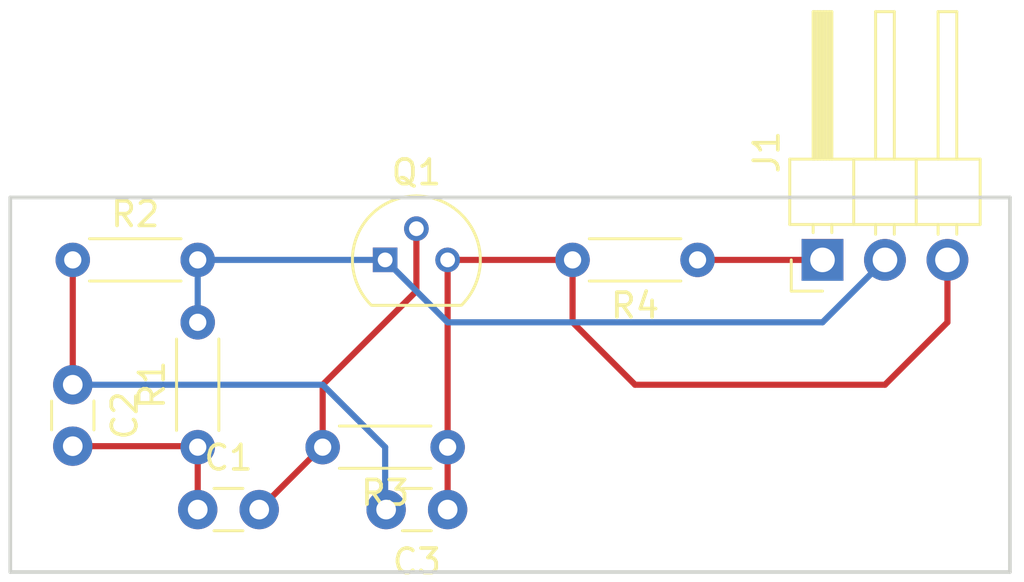
<source format=kicad_pcb>
(kicad_pcb (version 4) (host pcbnew 4.0.7+dfsg1-1)

  (general
    (links 14)
    (no_connects 0)
    (area 0 0 0 0)
    (thickness 1.6)
    (drawings 4)
    (tracks 27)
    (zones 0)
    (modules 9)
    (nets 7)
  )

  (page A4)
  (layers
    (0 F.Cu signal)
    (31 B.Cu signal)
    (32 B.Adhes user)
    (33 F.Adhes user)
    (34 B.Paste user)
    (35 F.Paste user)
    (36 B.SilkS user)
    (37 F.SilkS user)
    (38 B.Mask user)
    (39 F.Mask user)
    (40 Dwgs.User user)
    (41 Cmts.User user)
    (42 Eco1.User user)
    (43 Eco2.User user)
    (44 Edge.Cuts user)
    (45 Margin user)
    (46 B.CrtYd user)
    (47 F.CrtYd user)
    (48 B.Fab user)
    (49 F.Fab user)
  )

  (setup
    (last_trace_width 0.25)
    (trace_clearance 0.2)
    (zone_clearance 0.508)
    (zone_45_only no)
    (trace_min 0.2)
    (segment_width 0.2)
    (edge_width 0.15)
    (via_size 0.6)
    (via_drill 0.4)
    (via_min_size 0.4)
    (via_min_drill 0.3)
    (uvia_size 0.3)
    (uvia_drill 0.1)
    (uvias_allowed no)
    (uvia_min_size 0.2)
    (uvia_min_drill 0.1)
    (pcb_text_width 0.3)
    (pcb_text_size 1.5 1.5)
    (mod_edge_width 0.15)
    (mod_text_size 1 1)
    (mod_text_width 0.15)
    (pad_size 1.524 1.524)
    (pad_drill 0.762)
    (pad_to_mask_clearance 0.2)
    (aux_axis_origin 0 0)
    (visible_elements FFFDFF7F)
    (pcbplotparams
      (layerselection 0x00030_80000001)
      (usegerberextensions false)
      (excludeedgelayer true)
      (linewidth 0.100000)
      (plotframeref false)
      (viasonmask false)
      (mode 1)
      (useauxorigin false)
      (hpglpennumber 1)
      (hpglpenspeed 20)
      (hpglpendiameter 15)
      (hpglpenoverlay 2)
      (psnegative false)
      (psa4output false)
      (plotreference true)
      (plotvalue true)
      (plotinvisibletext false)
      (padsonsilk false)
      (subtractmaskfromsilk false)
      (outputformat 1)
      (mirror false)
      (drillshape 1)
      (scaleselection 1)
      (outputdirectory ""))
  )

  (net 0 "")
  (net 1 "Net-(C1-Pad1)")
  (net 2 "Net-(C1-Pad2)")
  (net 3 "Net-(C2-Pad1)")
  (net 4 GND)
  (net 5 VCC)
  (net 6 Vout)

  (net_class Default "Questo è il gruppo di collegamenti predefinito"
    (clearance 0.2)
    (trace_width 0.25)
    (via_dia 0.6)
    (via_drill 0.4)
    (uvia_dia 0.3)
    (uvia_drill 0.1)
    (add_net GND)
    (add_net "Net-(C1-Pad1)")
    (add_net "Net-(C1-Pad2)")
    (add_net "Net-(C2-Pad1)")
    (add_net VCC)
    (add_net Vout)
  )

  (module Capacitors_THT:C_Disc_D3.0mm_W1.6mm_P2.50mm (layer F.Cu) (tedit 5A2BB7AC) (tstamp 5A2BB16D)
    (at 142.24 99.06)
    (descr "C, Disc series, Radial, pin pitch=2.50mm, , diameter*width=3.0*1.6mm^2, Capacitor, http://www.vishay.com/docs/45233/krseries.pdf")
    (tags "C Disc series Radial pin pitch 2.50mm  diameter 3.0mm width 1.6mm Capacitor")
    (path /5A2BB079)
    (fp_text reference C1 (at 1.25 -2.11) (layer F.SilkS)
      (effects (font (size 1 1) (thickness 0.15)))
    )
    (fp_text value 10nF (at -5.08 0) (layer F.Fab)
      (effects (font (size 1 1) (thickness 0.15)))
    )
    (fp_line (start -0.25 -0.8) (end -0.25 0.8) (layer F.Fab) (width 0.1))
    (fp_line (start -0.25 0.8) (end 2.75 0.8) (layer F.Fab) (width 0.1))
    (fp_line (start 2.75 0.8) (end 2.75 -0.8) (layer F.Fab) (width 0.1))
    (fp_line (start 2.75 -0.8) (end -0.25 -0.8) (layer F.Fab) (width 0.1))
    (fp_line (start 0.663 -0.861) (end 1.837 -0.861) (layer F.SilkS) (width 0.12))
    (fp_line (start 0.663 0.861) (end 1.837 0.861) (layer F.SilkS) (width 0.12))
    (fp_line (start -1.05 -1.15) (end -1.05 1.15) (layer F.CrtYd) (width 0.05))
    (fp_line (start -1.05 1.15) (end 3.55 1.15) (layer F.CrtYd) (width 0.05))
    (fp_line (start 3.55 1.15) (end 3.55 -1.15) (layer F.CrtYd) (width 0.05))
    (fp_line (start 3.55 -1.15) (end -1.05 -1.15) (layer F.CrtYd) (width 0.05))
    (fp_text user %R (at 1.25 0) (layer F.Fab)
      (effects (font (size 1 1) (thickness 0.15)))
    )
    (pad 1 thru_hole circle (at 0 0) (size 1.6 1.6) (drill 0.8) (layers *.Cu *.Mask)
      (net 1 "Net-(C1-Pad1)"))
    (pad 2 thru_hole circle (at 2.5 0) (size 1.6 1.6) (drill 0.8) (layers *.Cu *.Mask)
      (net 2 "Net-(C1-Pad2)"))
    (model ${KISYS3DMOD}/Capacitors_THT.3dshapes/C_Disc_D3.0mm_W1.6mm_P2.50mm.wrl
      (at (xyz 0 0 0))
      (scale (xyz 1 1 1))
      (rotate (xyz 0 0 0))
    )
  )

  (module Capacitors_THT:C_Disc_D3.0mm_W1.6mm_P2.50mm (layer F.Cu) (tedit 597BC7C2) (tstamp 5A2BB173)
    (at 137.16 93.98 270)
    (descr "C, Disc series, Radial, pin pitch=2.50mm, , diameter*width=3.0*1.6mm^2, Capacitor, http://www.vishay.com/docs/45233/krseries.pdf")
    (tags "C Disc series Radial pin pitch 2.50mm  diameter 3.0mm width 1.6mm Capacitor")
    (path /5A2BB03A)
    (fp_text reference C2 (at 1.25 -2.11 270) (layer F.SilkS)
      (effects (font (size 1 1) (thickness 0.15)))
    )
    (fp_text value 10nF (at 1.25 2.11 270) (layer F.Fab)
      (effects (font (size 1 1) (thickness 0.15)))
    )
    (fp_line (start -0.25 -0.8) (end -0.25 0.8) (layer F.Fab) (width 0.1))
    (fp_line (start -0.25 0.8) (end 2.75 0.8) (layer F.Fab) (width 0.1))
    (fp_line (start 2.75 0.8) (end 2.75 -0.8) (layer F.Fab) (width 0.1))
    (fp_line (start 2.75 -0.8) (end -0.25 -0.8) (layer F.Fab) (width 0.1))
    (fp_line (start 0.663 -0.861) (end 1.837 -0.861) (layer F.SilkS) (width 0.12))
    (fp_line (start 0.663 0.861) (end 1.837 0.861) (layer F.SilkS) (width 0.12))
    (fp_line (start -1.05 -1.15) (end -1.05 1.15) (layer F.CrtYd) (width 0.05))
    (fp_line (start -1.05 1.15) (end 3.55 1.15) (layer F.CrtYd) (width 0.05))
    (fp_line (start 3.55 1.15) (end 3.55 -1.15) (layer F.CrtYd) (width 0.05))
    (fp_line (start 3.55 -1.15) (end -1.05 -1.15) (layer F.CrtYd) (width 0.05))
    (fp_text user %R (at 1.25 0 270) (layer F.Fab)
      (effects (font (size 1 1) (thickness 0.15)))
    )
    (pad 1 thru_hole circle (at 0 0 270) (size 1.6 1.6) (drill 0.8) (layers *.Cu *.Mask)
      (net 3 "Net-(C2-Pad1)"))
    (pad 2 thru_hole circle (at 2.5 0 270) (size 1.6 1.6) (drill 0.8) (layers *.Cu *.Mask)
      (net 1 "Net-(C1-Pad1)"))
    (model ${KISYS3DMOD}/Capacitors_THT.3dshapes/C_Disc_D3.0mm_W1.6mm_P2.50mm.wrl
      (at (xyz 0 0 0))
      (scale (xyz 1 1 1))
      (rotate (xyz 0 0 0))
    )
  )

  (module Capacitors_THT:C_Disc_D3.0mm_W1.6mm_P2.50mm (layer F.Cu) (tedit 5A2BB7A2) (tstamp 5A2BB179)
    (at 152.4 99.06 180)
    (descr "C, Disc series, Radial, pin pitch=2.50mm, , diameter*width=3.0*1.6mm^2, Capacitor, http://www.vishay.com/docs/45233/krseries.pdf")
    (tags "C Disc series Radial pin pitch 2.50mm  diameter 3.0mm width 1.6mm Capacitor")
    (path /5A2BAF3E)
    (fp_text reference C3 (at 1.25 -2.11 180) (layer F.SilkS)
      (effects (font (size 1 1) (thickness 0.15)))
    )
    (fp_text value 10nF (at -5.08 0 180) (layer F.Fab)
      (effects (font (size 1 1) (thickness 0.15)))
    )
    (fp_line (start -0.25 -0.8) (end -0.25 0.8) (layer F.Fab) (width 0.1))
    (fp_line (start -0.25 0.8) (end 2.75 0.8) (layer F.Fab) (width 0.1))
    (fp_line (start 2.75 0.8) (end 2.75 -0.8) (layer F.Fab) (width 0.1))
    (fp_line (start 2.75 -0.8) (end -0.25 -0.8) (layer F.Fab) (width 0.1))
    (fp_line (start 0.663 -0.861) (end 1.837 -0.861) (layer F.SilkS) (width 0.12))
    (fp_line (start 0.663 0.861) (end 1.837 0.861) (layer F.SilkS) (width 0.12))
    (fp_line (start -1.05 -1.15) (end -1.05 1.15) (layer F.CrtYd) (width 0.05))
    (fp_line (start -1.05 1.15) (end 3.55 1.15) (layer F.CrtYd) (width 0.05))
    (fp_line (start 3.55 1.15) (end 3.55 -1.15) (layer F.CrtYd) (width 0.05))
    (fp_line (start 3.55 -1.15) (end -1.05 -1.15) (layer F.CrtYd) (width 0.05))
    (fp_text user %R (at 1.25 0 180) (layer F.Fab)
      (effects (font (size 1 1) (thickness 0.15)))
    )
    (pad 1 thru_hole circle (at 0 0 180) (size 1.6 1.6) (drill 0.8) (layers *.Cu *.Mask)
      (net 6 Vout))
    (pad 2 thru_hole circle (at 2.5 0 180) (size 1.6 1.6) (drill 0.8) (layers *.Cu *.Mask)
      (net 3 "Net-(C2-Pad1)"))
    (model ${KISYS3DMOD}/Capacitors_THT.3dshapes/C_Disc_D3.0mm_W1.6mm_P2.50mm.wrl
      (at (xyz 0 0 0))
      (scale (xyz 1 1 1))
      (rotate (xyz 0 0 0))
    )
  )

  (module Resistors_THT:R_Axial_DIN0204_L3.6mm_D1.6mm_P5.08mm_Horizontal (layer F.Cu) (tedit 5874F706) (tstamp 5A2BB186)
    (at 142.24 96.52 90)
    (descr "Resistor, Axial_DIN0204 series, Axial, Horizontal, pin pitch=5.08mm, 0.16666666666666666W = 1/6W, length*diameter=3.6*1.6mm^2, http://cdn-reichelt.de/documents/datenblatt/B400/1_4W%23YAG.pdf")
    (tags "Resistor Axial_DIN0204 series Axial Horizontal pin pitch 5.08mm 0.16666666666666666W = 1/6W length 3.6mm diameter 1.6mm")
    (path /5A2BBA4A)
    (fp_text reference R1 (at 2.54 -1.86 90) (layer F.SilkS)
      (effects (font (size 1 1) (thickness 0.15)))
    )
    (fp_text value 2.2k (at 2.54 1.86 90) (layer F.Fab)
      (effects (font (size 1 1) (thickness 0.15)))
    )
    (fp_line (start 0.74 -0.8) (end 0.74 0.8) (layer F.Fab) (width 0.1))
    (fp_line (start 0.74 0.8) (end 4.34 0.8) (layer F.Fab) (width 0.1))
    (fp_line (start 4.34 0.8) (end 4.34 -0.8) (layer F.Fab) (width 0.1))
    (fp_line (start 4.34 -0.8) (end 0.74 -0.8) (layer F.Fab) (width 0.1))
    (fp_line (start 0 0) (end 0.74 0) (layer F.Fab) (width 0.1))
    (fp_line (start 5.08 0) (end 4.34 0) (layer F.Fab) (width 0.1))
    (fp_line (start 0.68 -0.86) (end 4.4 -0.86) (layer F.SilkS) (width 0.12))
    (fp_line (start 0.68 0.86) (end 4.4 0.86) (layer F.SilkS) (width 0.12))
    (fp_line (start -0.95 -1.15) (end -0.95 1.15) (layer F.CrtYd) (width 0.05))
    (fp_line (start -0.95 1.15) (end 6.05 1.15) (layer F.CrtYd) (width 0.05))
    (fp_line (start 6.05 1.15) (end 6.05 -1.15) (layer F.CrtYd) (width 0.05))
    (fp_line (start 6.05 -1.15) (end -0.95 -1.15) (layer F.CrtYd) (width 0.05))
    (pad 1 thru_hole circle (at 0 0 90) (size 1.4 1.4) (drill 0.7) (layers *.Cu *.Mask)
      (net 1 "Net-(C1-Pad1)"))
    (pad 2 thru_hole oval (at 5.08 0 90) (size 1.4 1.4) (drill 0.7) (layers *.Cu *.Mask)
      (net 4 GND))
    (model ${KISYS3DMOD}/Resistors_THT.3dshapes/R_Axial_DIN0204_L3.6mm_D1.6mm_P5.08mm_Horizontal.wrl
      (at (xyz 0 0 0))
      (scale (xyz 0.393701 0.393701 0.393701))
      (rotate (xyz 0 0 0))
    )
  )

  (module Resistors_THT:R_Axial_DIN0204_L3.6mm_D1.6mm_P5.08mm_Horizontal (layer F.Cu) (tedit 5874F706) (tstamp 5A2BB18C)
    (at 137.16 88.9)
    (descr "Resistor, Axial_DIN0204 series, Axial, Horizontal, pin pitch=5.08mm, 0.16666666666666666W = 1/6W, length*diameter=3.6*1.6mm^2, http://cdn-reichelt.de/documents/datenblatt/B400/1_4W%23YAG.pdf")
    (tags "Resistor Axial_DIN0204 series Axial Horizontal pin pitch 5.08mm 0.16666666666666666W = 1/6W length 3.6mm diameter 1.6mm")
    (path /5A2BB9FD)
    (fp_text reference R2 (at 2.54 -1.86) (layer F.SilkS)
      (effects (font (size 1 1) (thickness 0.15)))
    )
    (fp_text value 2.2k (at 2.54 1.86) (layer F.Fab)
      (effects (font (size 1 1) (thickness 0.15)))
    )
    (fp_line (start 0.74 -0.8) (end 0.74 0.8) (layer F.Fab) (width 0.1))
    (fp_line (start 0.74 0.8) (end 4.34 0.8) (layer F.Fab) (width 0.1))
    (fp_line (start 4.34 0.8) (end 4.34 -0.8) (layer F.Fab) (width 0.1))
    (fp_line (start 4.34 -0.8) (end 0.74 -0.8) (layer F.Fab) (width 0.1))
    (fp_line (start 0 0) (end 0.74 0) (layer F.Fab) (width 0.1))
    (fp_line (start 5.08 0) (end 4.34 0) (layer F.Fab) (width 0.1))
    (fp_line (start 0.68 -0.86) (end 4.4 -0.86) (layer F.SilkS) (width 0.12))
    (fp_line (start 0.68 0.86) (end 4.4 0.86) (layer F.SilkS) (width 0.12))
    (fp_line (start -0.95 -1.15) (end -0.95 1.15) (layer F.CrtYd) (width 0.05))
    (fp_line (start -0.95 1.15) (end 6.05 1.15) (layer F.CrtYd) (width 0.05))
    (fp_line (start 6.05 1.15) (end 6.05 -1.15) (layer F.CrtYd) (width 0.05))
    (fp_line (start 6.05 -1.15) (end -0.95 -1.15) (layer F.CrtYd) (width 0.05))
    (pad 1 thru_hole circle (at 0 0) (size 1.4 1.4) (drill 0.7) (layers *.Cu *.Mask)
      (net 3 "Net-(C2-Pad1)"))
    (pad 2 thru_hole oval (at 5.08 0) (size 1.4 1.4) (drill 0.7) (layers *.Cu *.Mask)
      (net 4 GND))
    (model ${KISYS3DMOD}/Resistors_THT.3dshapes/R_Axial_DIN0204_L3.6mm_D1.6mm_P5.08mm_Horizontal.wrl
      (at (xyz 0 0 0))
      (scale (xyz 0.393701 0.393701 0.393701))
      (rotate (xyz 0 0 0))
    )
  )

  (module Resistors_THT:R_Axial_DIN0204_L3.6mm_D1.6mm_P5.08mm_Horizontal (layer F.Cu) (tedit 5A2BB7A7) (tstamp 5A2BB192)
    (at 152.4 96.52 180)
    (descr "Resistor, Axial_DIN0204 series, Axial, Horizontal, pin pitch=5.08mm, 0.16666666666666666W = 1/6W, length*diameter=3.6*1.6mm^2, http://cdn-reichelt.de/documents/datenblatt/B400/1_4W%23YAG.pdf")
    (tags "Resistor Axial_DIN0204 series Axial Horizontal pin pitch 5.08mm 0.16666666666666666W = 1/6W length 3.6mm diameter 1.6mm")
    (path /5A2BB10B)
    (fp_text reference R3 (at 2.54 -1.86 180) (layer F.SilkS)
      (effects (font (size 1 1) (thickness 0.15)))
    )
    (fp_text value 220k (at -5.08 0 180) (layer F.Fab)
      (effects (font (size 1 1) (thickness 0.15)))
    )
    (fp_line (start 0.74 -0.8) (end 0.74 0.8) (layer F.Fab) (width 0.1))
    (fp_line (start 0.74 0.8) (end 4.34 0.8) (layer F.Fab) (width 0.1))
    (fp_line (start 4.34 0.8) (end 4.34 -0.8) (layer F.Fab) (width 0.1))
    (fp_line (start 4.34 -0.8) (end 0.74 -0.8) (layer F.Fab) (width 0.1))
    (fp_line (start 0 0) (end 0.74 0) (layer F.Fab) (width 0.1))
    (fp_line (start 5.08 0) (end 4.34 0) (layer F.Fab) (width 0.1))
    (fp_line (start 0.68 -0.86) (end 4.4 -0.86) (layer F.SilkS) (width 0.12))
    (fp_line (start 0.68 0.86) (end 4.4 0.86) (layer F.SilkS) (width 0.12))
    (fp_line (start -0.95 -1.15) (end -0.95 1.15) (layer F.CrtYd) (width 0.05))
    (fp_line (start -0.95 1.15) (end 6.05 1.15) (layer F.CrtYd) (width 0.05))
    (fp_line (start 6.05 1.15) (end 6.05 -1.15) (layer F.CrtYd) (width 0.05))
    (fp_line (start 6.05 -1.15) (end -0.95 -1.15) (layer F.CrtYd) (width 0.05))
    (pad 1 thru_hole circle (at 0 0 180) (size 1.4 1.4) (drill 0.7) (layers *.Cu *.Mask)
      (net 6 Vout))
    (pad 2 thru_hole oval (at 5.08 0 180) (size 1.4 1.4) (drill 0.7) (layers *.Cu *.Mask)
      (net 2 "Net-(C1-Pad2)"))
    (model ${KISYS3DMOD}/Resistors_THT.3dshapes/R_Axial_DIN0204_L3.6mm_D1.6mm_P5.08mm_Horizontal.wrl
      (at (xyz 0 0 0))
      (scale (xyz 0.393701 0.393701 0.393701))
      (rotate (xyz 0 0 0))
    )
  )

  (module Resistors_THT:R_Axial_DIN0204_L3.6mm_D1.6mm_P5.08mm_Horizontal (layer F.Cu) (tedit 5874F706) (tstamp 5A2BB198)
    (at 162.56 88.9 180)
    (descr "Resistor, Axial_DIN0204 series, Axial, Horizontal, pin pitch=5.08mm, 0.16666666666666666W = 1/6W, length*diameter=3.6*1.6mm^2, http://cdn-reichelt.de/documents/datenblatt/B400/1_4W%23YAG.pdf")
    (tags "Resistor Axial_DIN0204 series Axial Horizontal pin pitch 5.08mm 0.16666666666666666W = 1/6W length 3.6mm diameter 1.6mm")
    (path /5A2BB0BB)
    (fp_text reference R4 (at 2.54 -1.86 180) (layer F.SilkS)
      (effects (font (size 1 1) (thickness 0.15)))
    )
    (fp_text value 2.2k (at 2.54 1.86 180) (layer F.Fab)
      (effects (font (size 1 1) (thickness 0.15)))
    )
    (fp_line (start 0.74 -0.8) (end 0.74 0.8) (layer F.Fab) (width 0.1))
    (fp_line (start 0.74 0.8) (end 4.34 0.8) (layer F.Fab) (width 0.1))
    (fp_line (start 4.34 0.8) (end 4.34 -0.8) (layer F.Fab) (width 0.1))
    (fp_line (start 4.34 -0.8) (end 0.74 -0.8) (layer F.Fab) (width 0.1))
    (fp_line (start 0 0) (end 0.74 0) (layer F.Fab) (width 0.1))
    (fp_line (start 5.08 0) (end 4.34 0) (layer F.Fab) (width 0.1))
    (fp_line (start 0.68 -0.86) (end 4.4 -0.86) (layer F.SilkS) (width 0.12))
    (fp_line (start 0.68 0.86) (end 4.4 0.86) (layer F.SilkS) (width 0.12))
    (fp_line (start -0.95 -1.15) (end -0.95 1.15) (layer F.CrtYd) (width 0.05))
    (fp_line (start -0.95 1.15) (end 6.05 1.15) (layer F.CrtYd) (width 0.05))
    (fp_line (start 6.05 1.15) (end 6.05 -1.15) (layer F.CrtYd) (width 0.05))
    (fp_line (start 6.05 -1.15) (end -0.95 -1.15) (layer F.CrtYd) (width 0.05))
    (pad 1 thru_hole circle (at 0 0 180) (size 1.4 1.4) (drill 0.7) (layers *.Cu *.Mask)
      (net 5 VCC))
    (pad 2 thru_hole oval (at 5.08 0 180) (size 1.4 1.4) (drill 0.7) (layers *.Cu *.Mask)
      (net 6 Vout))
    (model ${KISYS3DMOD}/Resistors_THT.3dshapes/R_Axial_DIN0204_L3.6mm_D1.6mm_P5.08mm_Horizontal.wrl
      (at (xyz 0 0 0))
      (scale (xyz 0.393701 0.393701 0.393701))
      (rotate (xyz 0 0 0))
    )
  )

  (module TO_SOT_Packages_THT:TO-92_Molded_Narrow (layer F.Cu) (tedit 58CE52AF) (tstamp 5A2BB231)
    (at 149.86 88.9)
    (descr "TO-92 leads molded, narrow, drill 0.6mm (see NXP sot054_po.pdf)")
    (tags "to-92 sc-43 sc-43a sot54 PA33 transistor")
    (path /5A2BC3D0)
    (fp_text reference Q1 (at 1.27 -3.56) (layer F.SilkS)
      (effects (font (size 1 1) (thickness 0.15)))
    )
    (fp_text value 2N3904 (at 1.27 2.79) (layer F.Fab)
      (effects (font (size 1 1) (thickness 0.15)))
    )
    (fp_text user %R (at 1.27 -3.56) (layer F.Fab)
      (effects (font (size 1 1) (thickness 0.15)))
    )
    (fp_line (start -0.53 1.85) (end 3.07 1.85) (layer F.SilkS) (width 0.12))
    (fp_line (start -0.5 1.75) (end 3 1.75) (layer F.Fab) (width 0.1))
    (fp_line (start -1.46 -2.73) (end 4 -2.73) (layer F.CrtYd) (width 0.05))
    (fp_line (start -1.46 -2.73) (end -1.46 2.01) (layer F.CrtYd) (width 0.05))
    (fp_line (start 4 2.01) (end 4 -2.73) (layer F.CrtYd) (width 0.05))
    (fp_line (start 4 2.01) (end -1.46 2.01) (layer F.CrtYd) (width 0.05))
    (fp_arc (start 1.27 0) (end 1.27 -2.48) (angle 135) (layer F.Fab) (width 0.1))
    (fp_arc (start 1.27 0) (end 1.27 -2.6) (angle -135) (layer F.SilkS) (width 0.12))
    (fp_arc (start 1.27 0) (end 1.27 -2.48) (angle -135) (layer F.Fab) (width 0.1))
    (fp_arc (start 1.27 0) (end 1.27 -2.6) (angle 135) (layer F.SilkS) (width 0.12))
    (pad 2 thru_hole circle (at 1.27 -1.27 90) (size 1 1) (drill 0.6) (layers *.Cu *.Mask)
      (net 2 "Net-(C1-Pad2)"))
    (pad 3 thru_hole circle (at 2.54 0 90) (size 1 1) (drill 0.6) (layers *.Cu *.Mask)
      (net 6 Vout))
    (pad 1 thru_hole rect (at 0 0 90) (size 1 1) (drill 0.6) (layers *.Cu *.Mask)
      (net 4 GND))
    (model ${KISYS3DMOD}/TO_SOT_Packages_THT.3dshapes/TO-92_Molded_Narrow.wrl
      (at (xyz 0.05 0 0))
      (scale (xyz 1 1 1))
      (rotate (xyz 0 0 -90))
    )
  )

  (module Pin_Headers:Pin_Header_Angled_1x03_Pitch2.54mm (layer F.Cu) (tedit 59650532) (tstamp 5A2BB447)
    (at 167.64 88.9 90)
    (descr "Through hole angled pin header, 1x03, 2.54mm pitch, 6mm pin length, single row")
    (tags "Through hole angled pin header THT 1x03 2.54mm single row")
    (path /5A2BC6E9)
    (fp_text reference J1 (at 4.385 -2.27 90) (layer F.SilkS)
      (effects (font (size 1 1) (thickness 0.15)))
    )
    (fp_text value Conn_01x03 (at 4.385 7.35 90) (layer F.Fab)
      (effects (font (size 1 1) (thickness 0.15)))
    )
    (fp_line (start 2.135 -1.27) (end 4.04 -1.27) (layer F.Fab) (width 0.1))
    (fp_line (start 4.04 -1.27) (end 4.04 6.35) (layer F.Fab) (width 0.1))
    (fp_line (start 4.04 6.35) (end 1.5 6.35) (layer F.Fab) (width 0.1))
    (fp_line (start 1.5 6.35) (end 1.5 -0.635) (layer F.Fab) (width 0.1))
    (fp_line (start 1.5 -0.635) (end 2.135 -1.27) (layer F.Fab) (width 0.1))
    (fp_line (start -0.32 -0.32) (end 1.5 -0.32) (layer F.Fab) (width 0.1))
    (fp_line (start -0.32 -0.32) (end -0.32 0.32) (layer F.Fab) (width 0.1))
    (fp_line (start -0.32 0.32) (end 1.5 0.32) (layer F.Fab) (width 0.1))
    (fp_line (start 4.04 -0.32) (end 10.04 -0.32) (layer F.Fab) (width 0.1))
    (fp_line (start 10.04 -0.32) (end 10.04 0.32) (layer F.Fab) (width 0.1))
    (fp_line (start 4.04 0.32) (end 10.04 0.32) (layer F.Fab) (width 0.1))
    (fp_line (start -0.32 2.22) (end 1.5 2.22) (layer F.Fab) (width 0.1))
    (fp_line (start -0.32 2.22) (end -0.32 2.86) (layer F.Fab) (width 0.1))
    (fp_line (start -0.32 2.86) (end 1.5 2.86) (layer F.Fab) (width 0.1))
    (fp_line (start 4.04 2.22) (end 10.04 2.22) (layer F.Fab) (width 0.1))
    (fp_line (start 10.04 2.22) (end 10.04 2.86) (layer F.Fab) (width 0.1))
    (fp_line (start 4.04 2.86) (end 10.04 2.86) (layer F.Fab) (width 0.1))
    (fp_line (start -0.32 4.76) (end 1.5 4.76) (layer F.Fab) (width 0.1))
    (fp_line (start -0.32 4.76) (end -0.32 5.4) (layer F.Fab) (width 0.1))
    (fp_line (start -0.32 5.4) (end 1.5 5.4) (layer F.Fab) (width 0.1))
    (fp_line (start 4.04 4.76) (end 10.04 4.76) (layer F.Fab) (width 0.1))
    (fp_line (start 10.04 4.76) (end 10.04 5.4) (layer F.Fab) (width 0.1))
    (fp_line (start 4.04 5.4) (end 10.04 5.4) (layer F.Fab) (width 0.1))
    (fp_line (start 1.44 -1.33) (end 1.44 6.41) (layer F.SilkS) (width 0.12))
    (fp_line (start 1.44 6.41) (end 4.1 6.41) (layer F.SilkS) (width 0.12))
    (fp_line (start 4.1 6.41) (end 4.1 -1.33) (layer F.SilkS) (width 0.12))
    (fp_line (start 4.1 -1.33) (end 1.44 -1.33) (layer F.SilkS) (width 0.12))
    (fp_line (start 4.1 -0.38) (end 10.1 -0.38) (layer F.SilkS) (width 0.12))
    (fp_line (start 10.1 -0.38) (end 10.1 0.38) (layer F.SilkS) (width 0.12))
    (fp_line (start 10.1 0.38) (end 4.1 0.38) (layer F.SilkS) (width 0.12))
    (fp_line (start 4.1 -0.32) (end 10.1 -0.32) (layer F.SilkS) (width 0.12))
    (fp_line (start 4.1 -0.2) (end 10.1 -0.2) (layer F.SilkS) (width 0.12))
    (fp_line (start 4.1 -0.08) (end 10.1 -0.08) (layer F.SilkS) (width 0.12))
    (fp_line (start 4.1 0.04) (end 10.1 0.04) (layer F.SilkS) (width 0.12))
    (fp_line (start 4.1 0.16) (end 10.1 0.16) (layer F.SilkS) (width 0.12))
    (fp_line (start 4.1 0.28) (end 10.1 0.28) (layer F.SilkS) (width 0.12))
    (fp_line (start 1.11 -0.38) (end 1.44 -0.38) (layer F.SilkS) (width 0.12))
    (fp_line (start 1.11 0.38) (end 1.44 0.38) (layer F.SilkS) (width 0.12))
    (fp_line (start 1.44 1.27) (end 4.1 1.27) (layer F.SilkS) (width 0.12))
    (fp_line (start 4.1 2.16) (end 10.1 2.16) (layer F.SilkS) (width 0.12))
    (fp_line (start 10.1 2.16) (end 10.1 2.92) (layer F.SilkS) (width 0.12))
    (fp_line (start 10.1 2.92) (end 4.1 2.92) (layer F.SilkS) (width 0.12))
    (fp_line (start 1.042929 2.16) (end 1.44 2.16) (layer F.SilkS) (width 0.12))
    (fp_line (start 1.042929 2.92) (end 1.44 2.92) (layer F.SilkS) (width 0.12))
    (fp_line (start 1.44 3.81) (end 4.1 3.81) (layer F.SilkS) (width 0.12))
    (fp_line (start 4.1 4.7) (end 10.1 4.7) (layer F.SilkS) (width 0.12))
    (fp_line (start 10.1 4.7) (end 10.1 5.46) (layer F.SilkS) (width 0.12))
    (fp_line (start 10.1 5.46) (end 4.1 5.46) (layer F.SilkS) (width 0.12))
    (fp_line (start 1.042929 4.7) (end 1.44 4.7) (layer F.SilkS) (width 0.12))
    (fp_line (start 1.042929 5.46) (end 1.44 5.46) (layer F.SilkS) (width 0.12))
    (fp_line (start -1.27 0) (end -1.27 -1.27) (layer F.SilkS) (width 0.12))
    (fp_line (start -1.27 -1.27) (end 0 -1.27) (layer F.SilkS) (width 0.12))
    (fp_line (start -1.8 -1.8) (end -1.8 6.85) (layer F.CrtYd) (width 0.05))
    (fp_line (start -1.8 6.85) (end 10.55 6.85) (layer F.CrtYd) (width 0.05))
    (fp_line (start 10.55 6.85) (end 10.55 -1.8) (layer F.CrtYd) (width 0.05))
    (fp_line (start 10.55 -1.8) (end -1.8 -1.8) (layer F.CrtYd) (width 0.05))
    (fp_text user %R (at 2.77 2.54 180) (layer F.Fab)
      (effects (font (size 1 1) (thickness 0.15)))
    )
    (pad 1 thru_hole rect (at 0 0 90) (size 1.7 1.7) (drill 1) (layers *.Cu *.Mask)
      (net 5 VCC))
    (pad 2 thru_hole oval (at 0 2.54 90) (size 1.7 1.7) (drill 1) (layers *.Cu *.Mask)
      (net 4 GND))
    (pad 3 thru_hole oval (at 0 5.08 90) (size 1.7 1.7) (drill 1) (layers *.Cu *.Mask)
      (net 6 Vout))
    (model ${KISYS3DMOD}/Pin_Headers.3dshapes/Pin_Header_Angled_1x03_Pitch2.54mm.wrl
      (at (xyz 0 0 0))
      (scale (xyz 1 1 1))
      (rotate (xyz 0 0 0))
    )
  )

  (gr_line (start 134.62 101.6) (end 134.62 86.36) (angle 90) (layer Edge.Cuts) (width 0.15))
  (gr_line (start 175.26 101.6) (end 134.62 101.6) (angle 90) (layer Edge.Cuts) (width 0.15))
  (gr_line (start 175.26 86.36) (end 175.26 101.6) (angle 90) (layer Edge.Cuts) (width 0.15))
  (gr_line (start 134.62 86.36) (end 175.26 86.36) (angle 90) (layer Edge.Cuts) (width 0.15))

  (segment (start 142.24 96.52) (end 142.24 99.06) (width 0.25) (layer F.Cu) (net 1) (status C00000))
  (segment (start 137.16 96.48) (end 142.2 96.48) (width 0.25) (layer F.Cu) (net 1) (status C00000))
  (segment (start 142.2 96.48) (end 142.24 96.52) (width 0.25) (layer F.Cu) (net 1) (tstamp 5A2BB74B) (status C00000))
  (segment (start 147.32 96.52) (end 147.28 96.52) (width 0.25) (layer F.Cu) (net 2) (status C00000))
  (segment (start 147.28 96.52) (end 144.74 99.06) (width 0.25) (layer F.Cu) (net 2) (tstamp 5A2BB746) (status C00000))
  (segment (start 151.13 87.63) (end 151.13 90.17) (width 0.25) (layer F.Cu) (net 2) (status 400000))
  (segment (start 147.32 93.98) (end 147.32 96.52) (width 0.25) (layer F.Cu) (net 2) (tstamp 5A2BB742) (status 800000))
  (segment (start 151.13 90.17) (end 147.32 93.98) (width 0.25) (layer F.Cu) (net 2) (tstamp 5A2BB73A))
  (segment (start 137.16 93.98) (end 147.32 93.98) (width 0.25) (layer B.Cu) (net 3) (status 400000))
  (segment (start 149.86 96.52) (end 149.86 99.02) (width 0.25) (layer B.Cu) (net 3) (tstamp 5A2BB761) (status 800000))
  (segment (start 147.32 93.98) (end 149.86 96.52) (width 0.25) (layer B.Cu) (net 3) (tstamp 5A2BB75D))
  (segment (start 149.86 99.02) (end 149.9 99.06) (width 0.25) (layer B.Cu) (net 3) (tstamp 5A2BB763) (status C00000))
  (segment (start 137.16 88.9) (end 137.16 93.98) (width 0.25) (layer F.Cu) (net 3) (status C00000))
  (segment (start 142.24 91.44) (end 142.24 88.9) (width 0.25) (layer B.Cu) (net 4))
  (segment (start 149.86 88.9) (end 152.4 91.44) (width 0.25) (layer B.Cu) (net 4))
  (segment (start 167.64 91.44) (end 170.18 88.9) (width 0.25) (layer B.Cu) (net 4) (tstamp 5A2BB67A))
  (segment (start 152.4 91.44) (end 167.64 91.44) (width 0.25) (layer B.Cu) (net 4) (tstamp 5A2BB677))
  (segment (start 149.86 88.9) (end 142.24 88.9) (width 0.25) (layer B.Cu) (net 4))
  (segment (start 167.64 88.9) (end 162.56 88.9) (width 0.25) (layer F.Cu) (net 5))
  (segment (start 152.4 96.52) (end 152.4 88.9) (width 0.25) (layer F.Cu) (net 6) (status C00000))
  (segment (start 152.4 99.06) (end 152.4 96.52) (width 0.25) (layer F.Cu) (net 6) (status C00000))
  (segment (start 172.72 88.9) (end 172.72 91.44) (width 0.25) (layer F.Cu) (net 6))
  (segment (start 157.48 91.44) (end 157.48 88.9) (width 0.25) (layer F.Cu) (net 6) (tstamp 5A2BB4B0))
  (segment (start 160.02 93.98) (end 157.48 91.44) (width 0.25) (layer F.Cu) (net 6) (tstamp 5A2BB4AE))
  (segment (start 170.18 93.98) (end 160.02 93.98) (width 0.25) (layer F.Cu) (net 6) (tstamp 5A2BB4AB))
  (segment (start 172.72 91.44) (end 170.18 93.98) (width 0.25) (layer F.Cu) (net 6) (tstamp 5A2BB4A4))
  (segment (start 157.48 88.9) (end 152.4 88.9) (width 0.25) (layer F.Cu) (net 6))

)

</source>
